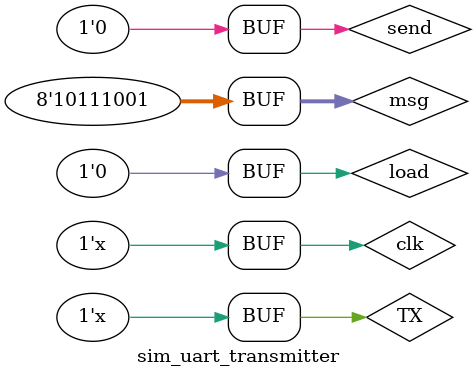
<source format=sv>
`timescale 1ns / 1ps


module sim_uart_transmitter();

logic clk = 0;
logic TX = 1'bx;
logic [7:0] msg = 8'b10111001;
logic load = 0;
logic send = 0;

always begin #5 clk = ~clk; end

uart_transmitter dut(.clk(clk), .Baud_rate(10), .msg(msg), .load(load), .send(send), .TX(TX));

initial begin
#100 load = 1;
#100 load = 0;
#100 send = 1;
#100 send = 0;
end

endmodule

</source>
